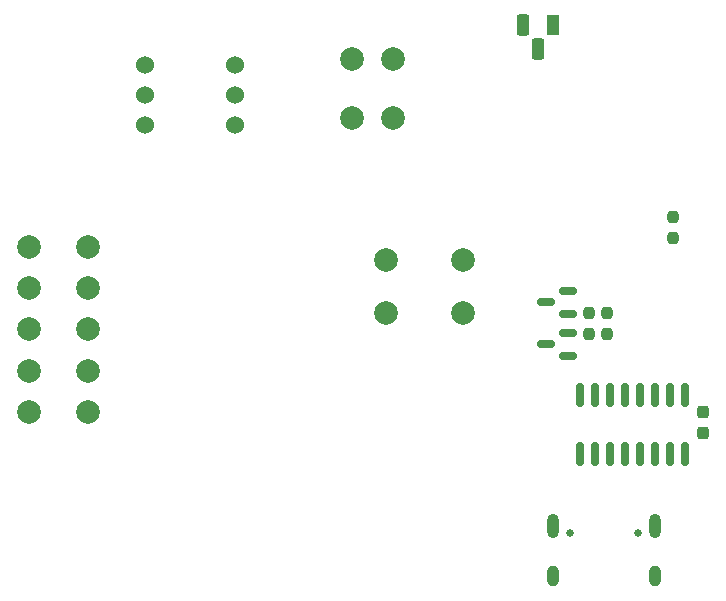
<source format=gbs>
G04 #@! TF.GenerationSoftware,KiCad,Pcbnew,8.0.2*
G04 #@! TF.CreationDate,2024-05-04T07:14:25+02:00*
G04 #@! TF.ProjectId,WLED_Controller_PWM,574c4544-5f43-46f6-9e74-726f6c6c6572,rev?*
G04 #@! TF.SameCoordinates,Original*
G04 #@! TF.FileFunction,Soldermask,Bot*
G04 #@! TF.FilePolarity,Negative*
%FSLAX46Y46*%
G04 Gerber Fmt 4.6, Leading zero omitted, Abs format (unit mm)*
G04 Created by KiCad (PCBNEW 8.0.2) date 2024-05-04 07:14:25*
%MOMM*%
%LPD*%
G01*
G04 APERTURE LIST*
G04 Aperture macros list*
%AMRoundRect*
0 Rectangle with rounded corners*
0 $1 Rounding radius*
0 $2 $3 $4 $5 $6 $7 $8 $9 X,Y pos of 4 corners*
0 Add a 4 corners polygon primitive as box body*
4,1,4,$2,$3,$4,$5,$6,$7,$8,$9,$2,$3,0*
0 Add four circle primitives for the rounded corners*
1,1,$1+$1,$2,$3*
1,1,$1+$1,$4,$5*
1,1,$1+$1,$6,$7*
1,1,$1+$1,$8,$9*
0 Add four rect primitives between the rounded corners*
20,1,$1+$1,$2,$3,$4,$5,0*
20,1,$1+$1,$4,$5,$6,$7,0*
20,1,$1+$1,$6,$7,$8,$9,0*
20,1,$1+$1,$8,$9,$2,$3,0*%
G04 Aperture macros list end*
%ADD10C,2.000000*%
%ADD11R,1.100000X1.800000*%
%ADD12RoundRect,0.275000X0.275000X0.625000X-0.275000X0.625000X-0.275000X-0.625000X0.275000X-0.625000X0*%
%ADD13C,0.650000*%
%ADD14O,1.000000X2.100000*%
%ADD15O,1.000000X1.800000*%
%ADD16C,1.524000*%
%ADD17RoundRect,0.237500X-0.237500X0.250000X-0.237500X-0.250000X0.237500X-0.250000X0.237500X0.250000X0*%
%ADD18RoundRect,0.150000X0.150000X-0.825000X0.150000X0.825000X-0.150000X0.825000X-0.150000X-0.825000X0*%
%ADD19RoundRect,0.150000X0.587500X0.150000X-0.587500X0.150000X-0.587500X-0.150000X0.587500X-0.150000X0*%
%ADD20RoundRect,0.237500X0.237500X-0.250000X0.237500X0.250000X-0.237500X0.250000X-0.237500X-0.250000X0*%
%ADD21RoundRect,0.237500X-0.237500X0.300000X-0.237500X-0.300000X0.237500X-0.300000X0.237500X0.300000X0*%
G04 APERTURE END LIST*
D10*
X35504000Y40212000D03*
X35504000Y45212000D03*
X32004000Y40212000D03*
X32004000Y45212000D03*
X9652000Y29352000D03*
X4652000Y29352000D03*
X9652000Y25852000D03*
X4652000Y25852000D03*
X9652000Y22352000D03*
X4652000Y22352000D03*
X9652000Y18852000D03*
X4652000Y18852000D03*
X9652000Y15352000D03*
X4652000Y15352000D03*
X34902000Y28194000D03*
X41402000Y28194000D03*
X34902000Y23694000D03*
X41402000Y23694000D03*
D11*
X49022000Y48152000D03*
D12*
X47752000Y46082000D03*
X46482000Y48152000D03*
D13*
X50450000Y5145000D03*
X56230000Y5145000D03*
D14*
X49020000Y5665000D03*
D15*
X49020000Y1465000D03*
D14*
X57660000Y5665000D03*
D15*
X57660000Y1465000D03*
D16*
X14478000Y44704000D03*
X14478000Y42164000D03*
X14478000Y39624000D03*
X22098000Y39624000D03*
X22098000Y42164000D03*
X22098000Y44704000D03*
D17*
X52070000Y23772500D03*
X52070000Y21947500D03*
D18*
X60198000Y11814000D03*
X58928000Y11814000D03*
X57658000Y11814000D03*
X56388000Y11814000D03*
X55118000Y11814000D03*
X53848000Y11814000D03*
X52578000Y11814000D03*
X51308000Y11814000D03*
X51308000Y16764000D03*
X52578000Y16764000D03*
X53848000Y16764000D03*
X55118000Y16764000D03*
X56388000Y16764000D03*
X57658000Y16764000D03*
X58928000Y16764000D03*
X60198000Y16764000D03*
D19*
X50292000Y22032000D03*
X50292000Y20132000D03*
X48417000Y21082000D03*
D20*
X53594000Y21947500D03*
X53594000Y23772500D03*
D19*
X50292000Y25588000D03*
X50292000Y23688000D03*
X48417000Y24638000D03*
D21*
X61722000Y15340500D03*
X61722000Y13615500D03*
D20*
X59182000Y30075500D03*
X59182000Y31900500D03*
M02*

</source>
